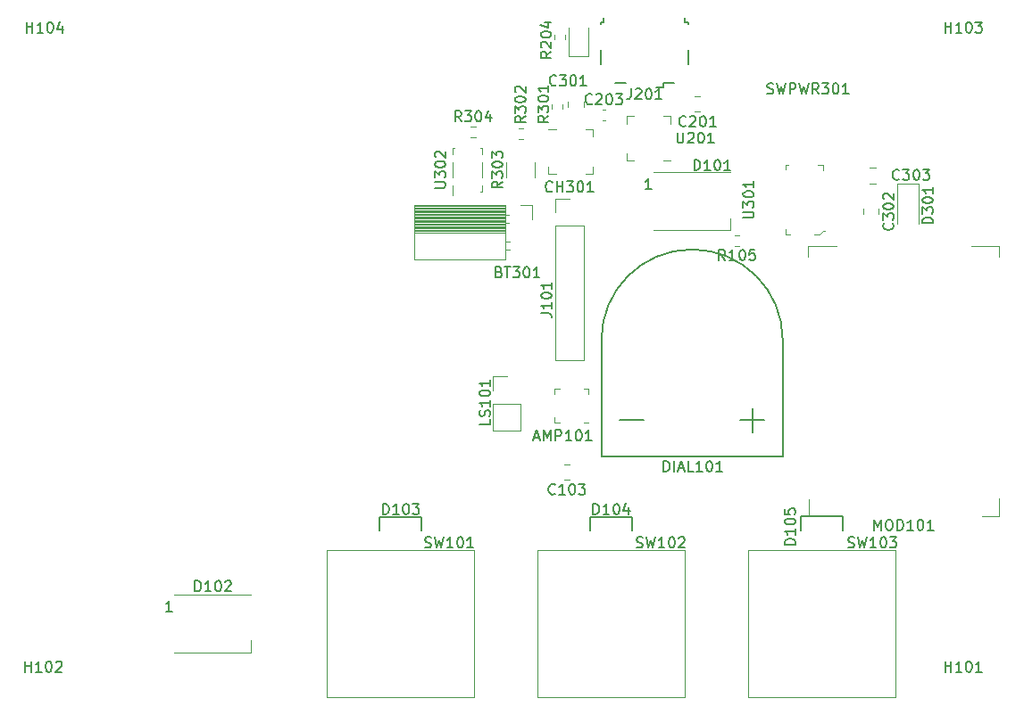
<source format=gbr>
G04 #@! TF.GenerationSoftware,KiCad,Pcbnew,5.0.2+dfsg1-1*
G04 #@! TF.CreationDate,2020-11-04T14:27:09+01:00*
G04 #@! TF.ProjectId,CoreSchematic,436f7265-5363-4686-956d-617469632e6b,rev?*
G04 #@! TF.SameCoordinates,Original*
G04 #@! TF.FileFunction,Legend,Top*
G04 #@! TF.FilePolarity,Positive*
%FSLAX46Y46*%
G04 Gerber Fmt 4.6, Leading zero omitted, Abs format (unit mm)*
G04 Created by KiCad (PCBNEW 5.0.2+dfsg1-1) date Wed 04 Nov 2020 14:27:09 CET*
%MOMM*%
%LPD*%
G01*
G04 APERTURE LIST*
%ADD10C,0.120000*%
%ADD11C,0.150000*%
%ADD12C,0.100000*%
G04 APERTURE END LIST*
D10*
G04 #@! TO.C,R105*
X162957742Y-74788500D02*
X163432258Y-74788500D01*
X162957742Y-75833500D02*
X163432258Y-75833500D01*
G04 #@! TO.C,D102*
X109837200Y-108908400D02*
X117137200Y-108908400D01*
X109837200Y-114408400D02*
X117137200Y-114408400D01*
X117137200Y-114408400D02*
X117137200Y-113258400D01*
D11*
G04 #@! TO.C,D103*
X129267200Y-101524000D02*
X133267200Y-101524000D01*
X133267200Y-101524000D02*
X133267200Y-102870000D01*
X129267200Y-102870000D02*
X129267200Y-101524000D01*
G04 #@! TO.C,D104*
X149282400Y-102870000D02*
X149282400Y-101524000D01*
X153282400Y-101524000D02*
X153282400Y-102870000D01*
X149282400Y-101524000D02*
X153282400Y-101524000D01*
G04 #@! TO.C,D105*
X169246800Y-101473200D02*
X173246800Y-101473200D01*
X173246800Y-101473200D02*
X173246800Y-102819200D01*
X169246800Y-102819200D02*
X169246800Y-101473200D01*
D10*
G04 #@! TO.C,C203*
X150430620Y-62837600D02*
X150711780Y-62837600D01*
X150430620Y-63857600D02*
X150711780Y-63857600D01*
G04 #@! TO.C,R303*
X144052200Y-67856263D02*
X144052200Y-69303737D01*
X141342200Y-67856263D02*
X141342200Y-69303737D01*
G04 #@! TO.C,AMP101*
X146375500Y-92592800D02*
X145900500Y-92592800D01*
X145900500Y-92592800D02*
X145900500Y-92117800D01*
X148645500Y-89372800D02*
X149120500Y-89372800D01*
X149120500Y-89372800D02*
X149120500Y-89847800D01*
X146375500Y-89372800D02*
X145900500Y-89372800D01*
X145900500Y-89372800D02*
X145900500Y-89847800D01*
X148645500Y-92592800D02*
X149120500Y-92592800D01*
G04 #@! TO.C,SW103*
X164274500Y-104711500D02*
X178244500Y-104711500D01*
X178244500Y-104711500D02*
X178244500Y-118681500D01*
X178244500Y-118681500D02*
X164274500Y-118681500D01*
X164274500Y-118681500D02*
X164274500Y-104711500D01*
G04 #@! TO.C,SW102*
X144272000Y-118681500D02*
X144272000Y-104711500D01*
X158242000Y-118681500D02*
X144272000Y-118681500D01*
X158242000Y-104711500D02*
X158242000Y-118681500D01*
X144272000Y-104711500D02*
X158242000Y-104711500D01*
G04 #@! TO.C,SW101*
X124269500Y-104711500D02*
X138239500Y-104711500D01*
X138239500Y-104711500D02*
X138239500Y-118681500D01*
X138239500Y-118681500D02*
X124269500Y-118681500D01*
X124269500Y-118681500D02*
X124269500Y-104711500D01*
G04 #@! TO.C,C103*
X147327252Y-98017000D02*
X146804748Y-98017000D01*
X147327252Y-96547000D02*
X146804748Y-96547000D01*
G04 #@! TO.C,C201*
X159722452Y-61596600D02*
X159199948Y-61596600D01*
X159722452Y-63066600D02*
X159199948Y-63066600D01*
G04 #@! TO.C,C301*
X148664600Y-62643652D02*
X148664600Y-62121148D01*
X147194600Y-62643652D02*
X147194600Y-62121148D01*
G04 #@! TO.C,C303*
X175811548Y-68403800D02*
X176334052Y-68403800D01*
X175811548Y-69873800D02*
X176334052Y-69873800D01*
G04 #@! TO.C,C302*
X176655400Y-72281148D02*
X176655400Y-72803652D01*
X175185400Y-72281148D02*
X175185400Y-72803652D01*
G04 #@! TO.C,LS101*
X140046400Y-93379600D02*
X142706400Y-93379600D01*
X140046400Y-90779600D02*
X140046400Y-93379600D01*
X142706400Y-90779600D02*
X142706400Y-93379600D01*
X140046400Y-90779600D02*
X142706400Y-90779600D01*
X140046400Y-89509600D02*
X140046400Y-88179600D01*
X140046400Y-88179600D02*
X141376400Y-88179600D01*
G04 #@! TO.C,J101*
X145990000Y-86674000D02*
X148650000Y-86674000D01*
X145990000Y-73914000D02*
X145990000Y-86674000D01*
X148650000Y-73914000D02*
X148650000Y-86674000D01*
X145990000Y-73914000D02*
X148650000Y-73914000D01*
X145990000Y-72644000D02*
X145990000Y-71314000D01*
X145990000Y-71314000D02*
X147320000Y-71314000D01*
G04 #@! TO.C,BT301*
X132607200Y-72043600D02*
X141237200Y-72043600D01*
X132607200Y-72161695D02*
X141237200Y-72161695D01*
X132607200Y-72279790D02*
X141237200Y-72279790D01*
X132607200Y-72397885D02*
X141237200Y-72397885D01*
X132607200Y-72515980D02*
X141237200Y-72515980D01*
X132607200Y-72634075D02*
X141237200Y-72634075D01*
X132607200Y-72752170D02*
X141237200Y-72752170D01*
X132607200Y-72870265D02*
X141237200Y-72870265D01*
X132607200Y-72988360D02*
X141237200Y-72988360D01*
X132607200Y-73106455D02*
X141237200Y-73106455D01*
X132607200Y-73224550D02*
X141237200Y-73224550D01*
X132607200Y-73342645D02*
X141237200Y-73342645D01*
X132607200Y-73460740D02*
X141237200Y-73460740D01*
X132607200Y-73578835D02*
X141237200Y-73578835D01*
X132607200Y-73696930D02*
X141237200Y-73696930D01*
X132607200Y-73815025D02*
X141237200Y-73815025D01*
X132607200Y-73933120D02*
X141237200Y-73933120D01*
X132607200Y-74051215D02*
X141237200Y-74051215D01*
X132607200Y-74169310D02*
X141237200Y-74169310D01*
X132607200Y-74287405D02*
X141237200Y-74287405D01*
X132607200Y-74405500D02*
X141237200Y-74405500D01*
X141237200Y-72893600D02*
X141587200Y-72893600D01*
X141237200Y-73613600D02*
X141587200Y-73613600D01*
X141237200Y-75433600D02*
X141647200Y-75433600D01*
X141237200Y-76153600D02*
X141647200Y-76153600D01*
X132607200Y-74523600D02*
X141237200Y-74523600D01*
X132607200Y-71923600D02*
X141237200Y-71923600D01*
X141237200Y-71923600D02*
X141237200Y-77123600D01*
X132607200Y-77123600D02*
X141237200Y-77123600D01*
X132607200Y-71923600D02*
X132607200Y-77123600D01*
X143807200Y-71923600D02*
X143807200Y-73253600D01*
X142697200Y-71923600D02*
X143807200Y-71923600D01*
D11*
G04 #@! TO.C,J201*
X158582000Y-58562000D02*
X158582000Y-57162000D01*
X158582000Y-54762000D02*
X158582000Y-54612000D01*
X158582000Y-54612000D02*
X158282000Y-54612000D01*
X158282000Y-54612000D02*
X158282000Y-54162000D01*
X150582000Y-54162000D02*
X150582000Y-54612000D01*
X150582000Y-54612000D02*
X150282000Y-54612000D01*
X150282000Y-54612000D02*
X150282000Y-54762000D01*
X150282000Y-57162000D02*
X150282000Y-58562000D01*
X155507000Y-60737000D02*
X156232000Y-60737000D01*
X156232000Y-60737000D02*
X156232000Y-60312000D01*
X156232000Y-60312000D02*
X157232000Y-60312000D01*
X152632000Y-60312000D02*
X151632000Y-60312000D01*
D10*
G04 #@! TO.C,D301*
X180425600Y-69885200D02*
X178425600Y-69885200D01*
X178425600Y-69885200D02*
X178425600Y-73735200D01*
X180425600Y-69885200D02*
X180425600Y-73735200D01*
G04 #@! TO.C,DUSB201*
X147223600Y-55083200D02*
X147223600Y-57768200D01*
X147223600Y-57768200D02*
X149143600Y-57768200D01*
X149143600Y-57768200D02*
X149143600Y-55083200D01*
G04 #@! TO.C,D101*
X155290500Y-68814500D02*
X162590500Y-68814500D01*
X155290500Y-74314500D02*
X162590500Y-74314500D01*
X162590500Y-74314500D02*
X162590500Y-73164500D01*
G04 #@! TO.C,U201*
X153428000Y-67705500D02*
X152703000Y-67705500D01*
X152703000Y-67705500D02*
X152703000Y-66980500D01*
X156198000Y-63485500D02*
X156923000Y-63485500D01*
X156923000Y-63485500D02*
X156923000Y-64210500D01*
X153428000Y-63485500D02*
X152703000Y-63485500D01*
X152703000Y-63485500D02*
X152703000Y-64210500D01*
X156198000Y-67705500D02*
X156923000Y-67705500D01*
G04 #@! TO.C,CH301*
X148831600Y-64742800D02*
X149531600Y-64742800D01*
X149531600Y-64742800D02*
X149531600Y-65442800D01*
X146011600Y-68962800D02*
X145311600Y-68962800D01*
X145311600Y-68962800D02*
X145311600Y-68262800D01*
X148831600Y-68962800D02*
X149531600Y-68962800D01*
X149531600Y-68962800D02*
X149531600Y-68262800D01*
X146011600Y-64742800D02*
X145311600Y-64742800D01*
G04 #@! TO.C,U302*
X139017200Y-66480000D02*
X138867200Y-66480000D01*
X136219807Y-70080701D02*
X136219807Y-70980701D01*
X139017200Y-66480000D02*
X139017200Y-67080000D01*
X136217200Y-67080000D02*
X136217200Y-66480000D01*
X139017200Y-67880000D02*
X139017200Y-69280000D01*
X136217200Y-67880000D02*
X136217200Y-69280000D01*
X139017200Y-70080000D02*
X139017200Y-70680000D01*
X139017200Y-70680000D02*
X138867200Y-70680000D01*
X136217200Y-66480000D02*
X136367200Y-66480000D01*
G04 #@! TO.C,R204*
X146928100Y-56218858D02*
X146928100Y-55744342D01*
X145883100Y-56218858D02*
X145883100Y-55744342D01*
G04 #@! TO.C,R301*
X145629100Y-62822858D02*
X145629100Y-62348342D01*
X146674100Y-62822858D02*
X146674100Y-62348342D01*
G04 #@! TO.C,R302*
X142934458Y-64653900D02*
X142459942Y-64653900D01*
X142934458Y-65698900D02*
X142459942Y-65698900D01*
G04 #@! TO.C,R304*
X137938742Y-64450700D02*
X138413258Y-64450700D01*
X137938742Y-65495700D02*
X138413258Y-65495700D01*
D11*
G04 #@! TO.C,DIAL101*
X150340500Y-84742000D02*
G75*
G02X167540500Y-84742000I8600000J0D01*
G01*
X167540500Y-84742000D02*
X167540500Y-95842000D01*
X167540500Y-95842000D02*
X150340500Y-95842000D01*
X150340500Y-95842000D02*
X150340500Y-84742000D01*
D12*
G04 #@! TO.C,MOD101*
X169976500Y-99831500D02*
X169976500Y-101451500D01*
X169976500Y-101451500D02*
X171616500Y-101451500D01*
X188046500Y-99821500D02*
X188046500Y-101451500D01*
X188046500Y-101451500D02*
X186416500Y-101451500D01*
X169926500Y-76851500D02*
X169926500Y-75811500D01*
X169926500Y-75811500D02*
X172626500Y-75811500D01*
X188076500Y-76881500D02*
X188076500Y-75831500D01*
X188076500Y-75831500D02*
X185426500Y-75831500D01*
G04 #@! TO.C,U301*
X170545400Y-74699800D02*
X171020400Y-74699800D01*
X171020400Y-74699800D02*
X171345400Y-74399800D01*
X171345400Y-74399800D02*
X171540400Y-74399800D01*
X170870400Y-68149800D02*
X171345400Y-68149800D01*
X171345400Y-68149800D02*
X171345400Y-68599800D01*
X167795400Y-74199800D02*
X167795400Y-74699800D01*
X167795400Y-74699800D02*
X168195400Y-74699800D01*
X167795400Y-68524800D02*
X167795400Y-68149800D01*
X167795400Y-68149800D02*
X168095400Y-68149800D01*
G04 #@! TO.C,H102*
D11*
X95694714Y-116267380D02*
X95694714Y-115267380D01*
X95694714Y-115743571D02*
X96266142Y-115743571D01*
X96266142Y-116267380D02*
X96266142Y-115267380D01*
X97266142Y-116267380D02*
X96694714Y-116267380D01*
X96980428Y-116267380D02*
X96980428Y-115267380D01*
X96885190Y-115410238D01*
X96789952Y-115505476D01*
X96694714Y-115553095D01*
X97885190Y-115267380D02*
X97980428Y-115267380D01*
X98075666Y-115315000D01*
X98123285Y-115362619D01*
X98170904Y-115457857D01*
X98218523Y-115648333D01*
X98218523Y-115886428D01*
X98170904Y-116076904D01*
X98123285Y-116172142D01*
X98075666Y-116219761D01*
X97980428Y-116267380D01*
X97885190Y-116267380D01*
X97789952Y-116219761D01*
X97742333Y-116172142D01*
X97694714Y-116076904D01*
X97647095Y-115886428D01*
X97647095Y-115648333D01*
X97694714Y-115457857D01*
X97742333Y-115362619D01*
X97789952Y-115315000D01*
X97885190Y-115267380D01*
X98599476Y-115362619D02*
X98647095Y-115315000D01*
X98742333Y-115267380D01*
X98980428Y-115267380D01*
X99075666Y-115315000D01*
X99123285Y-115362619D01*
X99170904Y-115457857D01*
X99170904Y-115553095D01*
X99123285Y-115695952D01*
X98551857Y-116267380D01*
X99170904Y-116267380D01*
G04 #@! TO.C,H103*
X182943714Y-55561380D02*
X182943714Y-54561380D01*
X182943714Y-55037571D02*
X183515142Y-55037571D01*
X183515142Y-55561380D02*
X183515142Y-54561380D01*
X184515142Y-55561380D02*
X183943714Y-55561380D01*
X184229428Y-55561380D02*
X184229428Y-54561380D01*
X184134190Y-54704238D01*
X184038952Y-54799476D01*
X183943714Y-54847095D01*
X185134190Y-54561380D02*
X185229428Y-54561380D01*
X185324666Y-54609000D01*
X185372285Y-54656619D01*
X185419904Y-54751857D01*
X185467523Y-54942333D01*
X185467523Y-55180428D01*
X185419904Y-55370904D01*
X185372285Y-55466142D01*
X185324666Y-55513761D01*
X185229428Y-55561380D01*
X185134190Y-55561380D01*
X185038952Y-55513761D01*
X184991333Y-55466142D01*
X184943714Y-55370904D01*
X184896095Y-55180428D01*
X184896095Y-54942333D01*
X184943714Y-54751857D01*
X184991333Y-54656619D01*
X185038952Y-54609000D01*
X185134190Y-54561380D01*
X185800857Y-54561380D02*
X186419904Y-54561380D01*
X186086571Y-54942333D01*
X186229428Y-54942333D01*
X186324666Y-54989952D01*
X186372285Y-55037571D01*
X186419904Y-55132809D01*
X186419904Y-55370904D01*
X186372285Y-55466142D01*
X186324666Y-55513761D01*
X186229428Y-55561380D01*
X185943714Y-55561380D01*
X185848476Y-55513761D01*
X185800857Y-55466142D01*
G04 #@! TO.C,H101*
X182943714Y-116267380D02*
X182943714Y-115267380D01*
X182943714Y-115743571D02*
X183515142Y-115743571D01*
X183515142Y-116267380D02*
X183515142Y-115267380D01*
X184515142Y-116267380D02*
X183943714Y-116267380D01*
X184229428Y-116267380D02*
X184229428Y-115267380D01*
X184134190Y-115410238D01*
X184038952Y-115505476D01*
X183943714Y-115553095D01*
X185134190Y-115267380D02*
X185229428Y-115267380D01*
X185324666Y-115315000D01*
X185372285Y-115362619D01*
X185419904Y-115457857D01*
X185467523Y-115648333D01*
X185467523Y-115886428D01*
X185419904Y-116076904D01*
X185372285Y-116172142D01*
X185324666Y-116219761D01*
X185229428Y-116267380D01*
X185134190Y-116267380D01*
X185038952Y-116219761D01*
X184991333Y-116172142D01*
X184943714Y-116076904D01*
X184896095Y-115886428D01*
X184896095Y-115648333D01*
X184943714Y-115457857D01*
X184991333Y-115362619D01*
X185038952Y-115315000D01*
X185134190Y-115267380D01*
X186419904Y-116267380D02*
X185848476Y-116267380D01*
X186134190Y-116267380D02*
X186134190Y-115267380D01*
X186038952Y-115410238D01*
X185943714Y-115505476D01*
X185848476Y-115553095D01*
G04 #@! TO.C,H104*
X95821714Y-55561380D02*
X95821714Y-54561380D01*
X95821714Y-55037571D02*
X96393142Y-55037571D01*
X96393142Y-55561380D02*
X96393142Y-54561380D01*
X97393142Y-55561380D02*
X96821714Y-55561380D01*
X97107428Y-55561380D02*
X97107428Y-54561380D01*
X97012190Y-54704238D01*
X96916952Y-54799476D01*
X96821714Y-54847095D01*
X98012190Y-54561380D02*
X98107428Y-54561380D01*
X98202666Y-54609000D01*
X98250285Y-54656619D01*
X98297904Y-54751857D01*
X98345523Y-54942333D01*
X98345523Y-55180428D01*
X98297904Y-55370904D01*
X98250285Y-55466142D01*
X98202666Y-55513761D01*
X98107428Y-55561380D01*
X98012190Y-55561380D01*
X97916952Y-55513761D01*
X97869333Y-55466142D01*
X97821714Y-55370904D01*
X97774095Y-55180428D01*
X97774095Y-54942333D01*
X97821714Y-54751857D01*
X97869333Y-54656619D01*
X97916952Y-54609000D01*
X98012190Y-54561380D01*
X99202666Y-54894714D02*
X99202666Y-55561380D01*
X98964571Y-54513761D02*
X98726476Y-55228047D01*
X99345523Y-55228047D01*
G04 #@! TO.C,R105*
X162075952Y-77160380D02*
X161742619Y-76684190D01*
X161504523Y-77160380D02*
X161504523Y-76160380D01*
X161885476Y-76160380D01*
X161980714Y-76208000D01*
X162028333Y-76255619D01*
X162075952Y-76350857D01*
X162075952Y-76493714D01*
X162028333Y-76588952D01*
X161980714Y-76636571D01*
X161885476Y-76684190D01*
X161504523Y-76684190D01*
X163028333Y-77160380D02*
X162456904Y-77160380D01*
X162742619Y-77160380D02*
X162742619Y-76160380D01*
X162647380Y-76303238D01*
X162552142Y-76398476D01*
X162456904Y-76446095D01*
X163647380Y-76160380D02*
X163742619Y-76160380D01*
X163837857Y-76208000D01*
X163885476Y-76255619D01*
X163933095Y-76350857D01*
X163980714Y-76541333D01*
X163980714Y-76779428D01*
X163933095Y-76969904D01*
X163885476Y-77065142D01*
X163837857Y-77112761D01*
X163742619Y-77160380D01*
X163647380Y-77160380D01*
X163552142Y-77112761D01*
X163504523Y-77065142D01*
X163456904Y-76969904D01*
X163409285Y-76779428D01*
X163409285Y-76541333D01*
X163456904Y-76350857D01*
X163504523Y-76255619D01*
X163552142Y-76208000D01*
X163647380Y-76160380D01*
X164885476Y-76160380D02*
X164409285Y-76160380D01*
X164361666Y-76636571D01*
X164409285Y-76588952D01*
X164504523Y-76541333D01*
X164742619Y-76541333D01*
X164837857Y-76588952D01*
X164885476Y-76636571D01*
X164933095Y-76731809D01*
X164933095Y-76969904D01*
X164885476Y-77065142D01*
X164837857Y-77112761D01*
X164742619Y-77160380D01*
X164504523Y-77160380D01*
X164409285Y-77112761D01*
X164361666Y-77065142D01*
G04 #@! TO.C,SWPWR301*
X166068857Y-61313961D02*
X166211714Y-61361580D01*
X166449809Y-61361580D01*
X166545047Y-61313961D01*
X166592666Y-61266342D01*
X166640285Y-61171104D01*
X166640285Y-61075866D01*
X166592666Y-60980628D01*
X166545047Y-60933009D01*
X166449809Y-60885390D01*
X166259333Y-60837771D01*
X166164095Y-60790152D01*
X166116476Y-60742533D01*
X166068857Y-60647295D01*
X166068857Y-60552057D01*
X166116476Y-60456819D01*
X166164095Y-60409200D01*
X166259333Y-60361580D01*
X166497428Y-60361580D01*
X166640285Y-60409200D01*
X166973619Y-60361580D02*
X167211714Y-61361580D01*
X167402190Y-60647295D01*
X167592666Y-61361580D01*
X167830761Y-60361580D01*
X168211714Y-61361580D02*
X168211714Y-60361580D01*
X168592666Y-60361580D01*
X168687904Y-60409200D01*
X168735523Y-60456819D01*
X168783142Y-60552057D01*
X168783142Y-60694914D01*
X168735523Y-60790152D01*
X168687904Y-60837771D01*
X168592666Y-60885390D01*
X168211714Y-60885390D01*
X169116476Y-60361580D02*
X169354571Y-61361580D01*
X169545047Y-60647295D01*
X169735523Y-61361580D01*
X169973619Y-60361580D01*
X170926000Y-61361580D02*
X170592666Y-60885390D01*
X170354571Y-61361580D02*
X170354571Y-60361580D01*
X170735523Y-60361580D01*
X170830761Y-60409200D01*
X170878380Y-60456819D01*
X170926000Y-60552057D01*
X170926000Y-60694914D01*
X170878380Y-60790152D01*
X170830761Y-60837771D01*
X170735523Y-60885390D01*
X170354571Y-60885390D01*
X171259333Y-60361580D02*
X171878380Y-60361580D01*
X171545047Y-60742533D01*
X171687904Y-60742533D01*
X171783142Y-60790152D01*
X171830761Y-60837771D01*
X171878380Y-60933009D01*
X171878380Y-61171104D01*
X171830761Y-61266342D01*
X171783142Y-61313961D01*
X171687904Y-61361580D01*
X171402190Y-61361580D01*
X171306952Y-61313961D01*
X171259333Y-61266342D01*
X172497428Y-60361580D02*
X172592666Y-60361580D01*
X172687904Y-60409200D01*
X172735523Y-60456819D01*
X172783142Y-60552057D01*
X172830761Y-60742533D01*
X172830761Y-60980628D01*
X172783142Y-61171104D01*
X172735523Y-61266342D01*
X172687904Y-61313961D01*
X172592666Y-61361580D01*
X172497428Y-61361580D01*
X172402190Y-61313961D01*
X172354571Y-61266342D01*
X172306952Y-61171104D01*
X172259333Y-60980628D01*
X172259333Y-60742533D01*
X172306952Y-60552057D01*
X172354571Y-60456819D01*
X172402190Y-60409200D01*
X172497428Y-60361580D01*
X173783142Y-61361580D02*
X173211714Y-61361580D01*
X173497428Y-61361580D02*
X173497428Y-60361580D01*
X173402190Y-60504438D01*
X173306952Y-60599676D01*
X173211714Y-60647295D01*
G04 #@! TO.C,D102*
X111796723Y-108610780D02*
X111796723Y-107610780D01*
X112034819Y-107610780D01*
X112177676Y-107658400D01*
X112272914Y-107753638D01*
X112320533Y-107848876D01*
X112368152Y-108039352D01*
X112368152Y-108182209D01*
X112320533Y-108372685D01*
X112272914Y-108467923D01*
X112177676Y-108563161D01*
X112034819Y-108610780D01*
X111796723Y-108610780D01*
X113320533Y-108610780D02*
X112749104Y-108610780D01*
X113034819Y-108610780D02*
X113034819Y-107610780D01*
X112939580Y-107753638D01*
X112844342Y-107848876D01*
X112749104Y-107896495D01*
X113939580Y-107610780D02*
X114034819Y-107610780D01*
X114130057Y-107658400D01*
X114177676Y-107706019D01*
X114225295Y-107801257D01*
X114272914Y-107991733D01*
X114272914Y-108229828D01*
X114225295Y-108420304D01*
X114177676Y-108515542D01*
X114130057Y-108563161D01*
X114034819Y-108610780D01*
X113939580Y-108610780D01*
X113844342Y-108563161D01*
X113796723Y-108515542D01*
X113749104Y-108420304D01*
X113701485Y-108229828D01*
X113701485Y-107991733D01*
X113749104Y-107801257D01*
X113796723Y-107706019D01*
X113844342Y-107658400D01*
X113939580Y-107610780D01*
X114653866Y-107706019D02*
X114701485Y-107658400D01*
X114796723Y-107610780D01*
X115034819Y-107610780D01*
X115130057Y-107658400D01*
X115177676Y-107706019D01*
X115225295Y-107801257D01*
X115225295Y-107896495D01*
X115177676Y-108039352D01*
X114606247Y-108610780D01*
X115225295Y-108610780D01*
X109622914Y-110510780D02*
X109051485Y-110510780D01*
X109337200Y-110510780D02*
X109337200Y-109510780D01*
X109241961Y-109653638D01*
X109146723Y-109748876D01*
X109051485Y-109796495D01*
G04 #@! TO.C,D103*
X129627523Y-101290380D02*
X129627523Y-100290380D01*
X129865619Y-100290380D01*
X130008476Y-100338000D01*
X130103714Y-100433238D01*
X130151333Y-100528476D01*
X130198952Y-100718952D01*
X130198952Y-100861809D01*
X130151333Y-101052285D01*
X130103714Y-101147523D01*
X130008476Y-101242761D01*
X129865619Y-101290380D01*
X129627523Y-101290380D01*
X131151333Y-101290380D02*
X130579904Y-101290380D01*
X130865619Y-101290380D02*
X130865619Y-100290380D01*
X130770380Y-100433238D01*
X130675142Y-100528476D01*
X130579904Y-100576095D01*
X131770380Y-100290380D02*
X131865619Y-100290380D01*
X131960857Y-100338000D01*
X132008476Y-100385619D01*
X132056095Y-100480857D01*
X132103714Y-100671333D01*
X132103714Y-100909428D01*
X132056095Y-101099904D01*
X132008476Y-101195142D01*
X131960857Y-101242761D01*
X131865619Y-101290380D01*
X131770380Y-101290380D01*
X131675142Y-101242761D01*
X131627523Y-101195142D01*
X131579904Y-101099904D01*
X131532285Y-100909428D01*
X131532285Y-100671333D01*
X131579904Y-100480857D01*
X131627523Y-100385619D01*
X131675142Y-100338000D01*
X131770380Y-100290380D01*
X132437047Y-100290380D02*
X133056095Y-100290380D01*
X132722761Y-100671333D01*
X132865619Y-100671333D01*
X132960857Y-100718952D01*
X133008476Y-100766571D01*
X133056095Y-100861809D01*
X133056095Y-101099904D01*
X133008476Y-101195142D01*
X132960857Y-101242761D01*
X132865619Y-101290380D01*
X132579904Y-101290380D01*
X132484666Y-101242761D01*
X132437047Y-101195142D01*
G04 #@! TO.C,D104*
X149566523Y-101290380D02*
X149566523Y-100290380D01*
X149804619Y-100290380D01*
X149947476Y-100338000D01*
X150042714Y-100433238D01*
X150090333Y-100528476D01*
X150137952Y-100718952D01*
X150137952Y-100861809D01*
X150090333Y-101052285D01*
X150042714Y-101147523D01*
X149947476Y-101242761D01*
X149804619Y-101290380D01*
X149566523Y-101290380D01*
X151090333Y-101290380D02*
X150518904Y-101290380D01*
X150804619Y-101290380D02*
X150804619Y-100290380D01*
X150709380Y-100433238D01*
X150614142Y-100528476D01*
X150518904Y-100576095D01*
X151709380Y-100290380D02*
X151804619Y-100290380D01*
X151899857Y-100338000D01*
X151947476Y-100385619D01*
X151995095Y-100480857D01*
X152042714Y-100671333D01*
X152042714Y-100909428D01*
X151995095Y-101099904D01*
X151947476Y-101195142D01*
X151899857Y-101242761D01*
X151804619Y-101290380D01*
X151709380Y-101290380D01*
X151614142Y-101242761D01*
X151566523Y-101195142D01*
X151518904Y-101099904D01*
X151471285Y-100909428D01*
X151471285Y-100671333D01*
X151518904Y-100480857D01*
X151566523Y-100385619D01*
X151614142Y-100338000D01*
X151709380Y-100290380D01*
X152899857Y-100623714D02*
X152899857Y-101290380D01*
X152661761Y-100242761D02*
X152423666Y-100957047D01*
X153042714Y-100957047D01*
G04 #@! TO.C,D105*
X168727380Y-104179476D02*
X167727380Y-104179476D01*
X167727380Y-103941380D01*
X167775000Y-103798523D01*
X167870238Y-103703285D01*
X167965476Y-103655666D01*
X168155952Y-103608047D01*
X168298809Y-103608047D01*
X168489285Y-103655666D01*
X168584523Y-103703285D01*
X168679761Y-103798523D01*
X168727380Y-103941380D01*
X168727380Y-104179476D01*
X168727380Y-102655666D02*
X168727380Y-103227095D01*
X168727380Y-102941380D02*
X167727380Y-102941380D01*
X167870238Y-103036619D01*
X167965476Y-103131857D01*
X168013095Y-103227095D01*
X167727380Y-102036619D02*
X167727380Y-101941380D01*
X167775000Y-101846142D01*
X167822619Y-101798523D01*
X167917857Y-101750904D01*
X168108333Y-101703285D01*
X168346428Y-101703285D01*
X168536904Y-101750904D01*
X168632142Y-101798523D01*
X168679761Y-101846142D01*
X168727380Y-101941380D01*
X168727380Y-102036619D01*
X168679761Y-102131857D01*
X168632142Y-102179476D01*
X168536904Y-102227095D01*
X168346428Y-102274714D01*
X168108333Y-102274714D01*
X167917857Y-102227095D01*
X167822619Y-102179476D01*
X167775000Y-102131857D01*
X167727380Y-102036619D01*
X167727380Y-100798523D02*
X167727380Y-101274714D01*
X168203571Y-101322333D01*
X168155952Y-101274714D01*
X168108333Y-101179476D01*
X168108333Y-100941380D01*
X168155952Y-100846142D01*
X168203571Y-100798523D01*
X168298809Y-100750904D01*
X168536904Y-100750904D01*
X168632142Y-100798523D01*
X168679761Y-100846142D01*
X168727380Y-100941380D01*
X168727380Y-101179476D01*
X168679761Y-101274714D01*
X168632142Y-101322333D01*
G04 #@! TO.C,C203*
X149452152Y-62274742D02*
X149404533Y-62322361D01*
X149261676Y-62369980D01*
X149166438Y-62369980D01*
X149023580Y-62322361D01*
X148928342Y-62227123D01*
X148880723Y-62131885D01*
X148833104Y-61941409D01*
X148833104Y-61798552D01*
X148880723Y-61608076D01*
X148928342Y-61512838D01*
X149023580Y-61417600D01*
X149166438Y-61369980D01*
X149261676Y-61369980D01*
X149404533Y-61417600D01*
X149452152Y-61465219D01*
X149833104Y-61465219D02*
X149880723Y-61417600D01*
X149975961Y-61369980D01*
X150214057Y-61369980D01*
X150309295Y-61417600D01*
X150356914Y-61465219D01*
X150404533Y-61560457D01*
X150404533Y-61655695D01*
X150356914Y-61798552D01*
X149785485Y-62369980D01*
X150404533Y-62369980D01*
X151023580Y-61369980D02*
X151118819Y-61369980D01*
X151214057Y-61417600D01*
X151261676Y-61465219D01*
X151309295Y-61560457D01*
X151356914Y-61750933D01*
X151356914Y-61989028D01*
X151309295Y-62179504D01*
X151261676Y-62274742D01*
X151214057Y-62322361D01*
X151118819Y-62369980D01*
X151023580Y-62369980D01*
X150928342Y-62322361D01*
X150880723Y-62274742D01*
X150833104Y-62179504D01*
X150785485Y-61989028D01*
X150785485Y-61750933D01*
X150833104Y-61560457D01*
X150880723Y-61465219D01*
X150928342Y-61417600D01*
X151023580Y-61369980D01*
X151690247Y-61369980D02*
X152309295Y-61369980D01*
X151975961Y-61750933D01*
X152118819Y-61750933D01*
X152214057Y-61798552D01*
X152261676Y-61846171D01*
X152309295Y-61941409D01*
X152309295Y-62179504D01*
X152261676Y-62274742D01*
X152214057Y-62322361D01*
X152118819Y-62369980D01*
X151833104Y-62369980D01*
X151737866Y-62322361D01*
X151690247Y-62274742D01*
G04 #@! TO.C,R303*
X140965180Y-69699047D02*
X140488990Y-70032380D01*
X140965180Y-70270476D02*
X139965180Y-70270476D01*
X139965180Y-69889523D01*
X140012800Y-69794285D01*
X140060419Y-69746666D01*
X140155657Y-69699047D01*
X140298514Y-69699047D01*
X140393752Y-69746666D01*
X140441371Y-69794285D01*
X140488990Y-69889523D01*
X140488990Y-70270476D01*
X139965180Y-69365714D02*
X139965180Y-68746666D01*
X140346133Y-69080000D01*
X140346133Y-68937142D01*
X140393752Y-68841904D01*
X140441371Y-68794285D01*
X140536609Y-68746666D01*
X140774704Y-68746666D01*
X140869942Y-68794285D01*
X140917561Y-68841904D01*
X140965180Y-68937142D01*
X140965180Y-69222857D01*
X140917561Y-69318095D01*
X140869942Y-69365714D01*
X139965180Y-68127619D02*
X139965180Y-68032380D01*
X140012800Y-67937142D01*
X140060419Y-67889523D01*
X140155657Y-67841904D01*
X140346133Y-67794285D01*
X140584228Y-67794285D01*
X140774704Y-67841904D01*
X140869942Y-67889523D01*
X140917561Y-67937142D01*
X140965180Y-68032380D01*
X140965180Y-68127619D01*
X140917561Y-68222857D01*
X140869942Y-68270476D01*
X140774704Y-68318095D01*
X140584228Y-68365714D01*
X140346133Y-68365714D01*
X140155657Y-68318095D01*
X140060419Y-68270476D01*
X140012800Y-68222857D01*
X139965180Y-68127619D01*
X139965180Y-67460952D02*
X139965180Y-66841904D01*
X140346133Y-67175238D01*
X140346133Y-67032380D01*
X140393752Y-66937142D01*
X140441371Y-66889523D01*
X140536609Y-66841904D01*
X140774704Y-66841904D01*
X140869942Y-66889523D01*
X140917561Y-66937142D01*
X140965180Y-67032380D01*
X140965180Y-67318095D01*
X140917561Y-67413333D01*
X140869942Y-67460952D01*
G04 #@! TO.C,AMP101*
X143946904Y-94019666D02*
X144423095Y-94019666D01*
X143851666Y-94305380D02*
X144185000Y-93305380D01*
X144518333Y-94305380D01*
X144851666Y-94305380D02*
X144851666Y-93305380D01*
X145185000Y-94019666D01*
X145518333Y-93305380D01*
X145518333Y-94305380D01*
X145994523Y-94305380D02*
X145994523Y-93305380D01*
X146375476Y-93305380D01*
X146470714Y-93353000D01*
X146518333Y-93400619D01*
X146565952Y-93495857D01*
X146565952Y-93638714D01*
X146518333Y-93733952D01*
X146470714Y-93781571D01*
X146375476Y-93829190D01*
X145994523Y-93829190D01*
X147518333Y-94305380D02*
X146946904Y-94305380D01*
X147232619Y-94305380D02*
X147232619Y-93305380D01*
X147137380Y-93448238D01*
X147042142Y-93543476D01*
X146946904Y-93591095D01*
X148137380Y-93305380D02*
X148232619Y-93305380D01*
X148327857Y-93353000D01*
X148375476Y-93400619D01*
X148423095Y-93495857D01*
X148470714Y-93686333D01*
X148470714Y-93924428D01*
X148423095Y-94114904D01*
X148375476Y-94210142D01*
X148327857Y-94257761D01*
X148232619Y-94305380D01*
X148137380Y-94305380D01*
X148042142Y-94257761D01*
X147994523Y-94210142D01*
X147946904Y-94114904D01*
X147899285Y-93924428D01*
X147899285Y-93686333D01*
X147946904Y-93495857D01*
X147994523Y-93400619D01*
X148042142Y-93353000D01*
X148137380Y-93305380D01*
X149423095Y-94305380D02*
X148851666Y-94305380D01*
X149137380Y-94305380D02*
X149137380Y-93305380D01*
X149042142Y-93448238D01*
X148946904Y-93543476D01*
X148851666Y-93591095D01*
G04 #@! TO.C,SW103*
X173736285Y-104417761D02*
X173879142Y-104465380D01*
X174117238Y-104465380D01*
X174212476Y-104417761D01*
X174260095Y-104370142D01*
X174307714Y-104274904D01*
X174307714Y-104179666D01*
X174260095Y-104084428D01*
X174212476Y-104036809D01*
X174117238Y-103989190D01*
X173926761Y-103941571D01*
X173831523Y-103893952D01*
X173783904Y-103846333D01*
X173736285Y-103751095D01*
X173736285Y-103655857D01*
X173783904Y-103560619D01*
X173831523Y-103513000D01*
X173926761Y-103465380D01*
X174164857Y-103465380D01*
X174307714Y-103513000D01*
X174641047Y-103465380D02*
X174879142Y-104465380D01*
X175069619Y-103751095D01*
X175260095Y-104465380D01*
X175498190Y-103465380D01*
X176402952Y-104465380D02*
X175831523Y-104465380D01*
X176117238Y-104465380D02*
X176117238Y-103465380D01*
X176022000Y-103608238D01*
X175926761Y-103703476D01*
X175831523Y-103751095D01*
X177022000Y-103465380D02*
X177117238Y-103465380D01*
X177212476Y-103513000D01*
X177260095Y-103560619D01*
X177307714Y-103655857D01*
X177355333Y-103846333D01*
X177355333Y-104084428D01*
X177307714Y-104274904D01*
X177260095Y-104370142D01*
X177212476Y-104417761D01*
X177117238Y-104465380D01*
X177022000Y-104465380D01*
X176926761Y-104417761D01*
X176879142Y-104370142D01*
X176831523Y-104274904D01*
X176783904Y-104084428D01*
X176783904Y-103846333D01*
X176831523Y-103655857D01*
X176879142Y-103560619D01*
X176926761Y-103513000D01*
X177022000Y-103465380D01*
X177688666Y-103465380D02*
X178307714Y-103465380D01*
X177974380Y-103846333D01*
X178117238Y-103846333D01*
X178212476Y-103893952D01*
X178260095Y-103941571D01*
X178307714Y-104036809D01*
X178307714Y-104274904D01*
X178260095Y-104370142D01*
X178212476Y-104417761D01*
X178117238Y-104465380D01*
X177831523Y-104465380D01*
X177736285Y-104417761D01*
X177688666Y-104370142D01*
G04 #@! TO.C,SW102*
X153670285Y-104417761D02*
X153813142Y-104465380D01*
X154051238Y-104465380D01*
X154146476Y-104417761D01*
X154194095Y-104370142D01*
X154241714Y-104274904D01*
X154241714Y-104179666D01*
X154194095Y-104084428D01*
X154146476Y-104036809D01*
X154051238Y-103989190D01*
X153860761Y-103941571D01*
X153765523Y-103893952D01*
X153717904Y-103846333D01*
X153670285Y-103751095D01*
X153670285Y-103655857D01*
X153717904Y-103560619D01*
X153765523Y-103513000D01*
X153860761Y-103465380D01*
X154098857Y-103465380D01*
X154241714Y-103513000D01*
X154575047Y-103465380D02*
X154813142Y-104465380D01*
X155003619Y-103751095D01*
X155194095Y-104465380D01*
X155432190Y-103465380D01*
X156336952Y-104465380D02*
X155765523Y-104465380D01*
X156051238Y-104465380D02*
X156051238Y-103465380D01*
X155956000Y-103608238D01*
X155860761Y-103703476D01*
X155765523Y-103751095D01*
X156956000Y-103465380D02*
X157051238Y-103465380D01*
X157146476Y-103513000D01*
X157194095Y-103560619D01*
X157241714Y-103655857D01*
X157289333Y-103846333D01*
X157289333Y-104084428D01*
X157241714Y-104274904D01*
X157194095Y-104370142D01*
X157146476Y-104417761D01*
X157051238Y-104465380D01*
X156956000Y-104465380D01*
X156860761Y-104417761D01*
X156813142Y-104370142D01*
X156765523Y-104274904D01*
X156717904Y-104084428D01*
X156717904Y-103846333D01*
X156765523Y-103655857D01*
X156813142Y-103560619D01*
X156860761Y-103513000D01*
X156956000Y-103465380D01*
X157670285Y-103560619D02*
X157717904Y-103513000D01*
X157813142Y-103465380D01*
X158051238Y-103465380D01*
X158146476Y-103513000D01*
X158194095Y-103560619D01*
X158241714Y-103655857D01*
X158241714Y-103751095D01*
X158194095Y-103893952D01*
X157622666Y-104465380D01*
X158241714Y-104465380D01*
G04 #@! TO.C,SW101*
X133604285Y-104417761D02*
X133747142Y-104465380D01*
X133985238Y-104465380D01*
X134080476Y-104417761D01*
X134128095Y-104370142D01*
X134175714Y-104274904D01*
X134175714Y-104179666D01*
X134128095Y-104084428D01*
X134080476Y-104036809D01*
X133985238Y-103989190D01*
X133794761Y-103941571D01*
X133699523Y-103893952D01*
X133651904Y-103846333D01*
X133604285Y-103751095D01*
X133604285Y-103655857D01*
X133651904Y-103560619D01*
X133699523Y-103513000D01*
X133794761Y-103465380D01*
X134032857Y-103465380D01*
X134175714Y-103513000D01*
X134509047Y-103465380D02*
X134747142Y-104465380D01*
X134937619Y-103751095D01*
X135128095Y-104465380D01*
X135366190Y-103465380D01*
X136270952Y-104465380D02*
X135699523Y-104465380D01*
X135985238Y-104465380D02*
X135985238Y-103465380D01*
X135890000Y-103608238D01*
X135794761Y-103703476D01*
X135699523Y-103751095D01*
X136890000Y-103465380D02*
X136985238Y-103465380D01*
X137080476Y-103513000D01*
X137128095Y-103560619D01*
X137175714Y-103655857D01*
X137223333Y-103846333D01*
X137223333Y-104084428D01*
X137175714Y-104274904D01*
X137128095Y-104370142D01*
X137080476Y-104417761D01*
X136985238Y-104465380D01*
X136890000Y-104465380D01*
X136794761Y-104417761D01*
X136747142Y-104370142D01*
X136699523Y-104274904D01*
X136651904Y-104084428D01*
X136651904Y-103846333D01*
X136699523Y-103655857D01*
X136747142Y-103560619D01*
X136794761Y-103513000D01*
X136890000Y-103465380D01*
X138175714Y-104465380D02*
X137604285Y-104465380D01*
X137890000Y-104465380D02*
X137890000Y-103465380D01*
X137794761Y-103608238D01*
X137699523Y-103703476D01*
X137604285Y-103751095D01*
G04 #@! TO.C,C103*
X145946952Y-99319142D02*
X145899333Y-99366761D01*
X145756476Y-99414380D01*
X145661238Y-99414380D01*
X145518380Y-99366761D01*
X145423142Y-99271523D01*
X145375523Y-99176285D01*
X145327904Y-98985809D01*
X145327904Y-98842952D01*
X145375523Y-98652476D01*
X145423142Y-98557238D01*
X145518380Y-98462000D01*
X145661238Y-98414380D01*
X145756476Y-98414380D01*
X145899333Y-98462000D01*
X145946952Y-98509619D01*
X146899333Y-99414380D02*
X146327904Y-99414380D01*
X146613619Y-99414380D02*
X146613619Y-98414380D01*
X146518380Y-98557238D01*
X146423142Y-98652476D01*
X146327904Y-98700095D01*
X147518380Y-98414380D02*
X147613619Y-98414380D01*
X147708857Y-98462000D01*
X147756476Y-98509619D01*
X147804095Y-98604857D01*
X147851714Y-98795333D01*
X147851714Y-99033428D01*
X147804095Y-99223904D01*
X147756476Y-99319142D01*
X147708857Y-99366761D01*
X147613619Y-99414380D01*
X147518380Y-99414380D01*
X147423142Y-99366761D01*
X147375523Y-99319142D01*
X147327904Y-99223904D01*
X147280285Y-99033428D01*
X147280285Y-98795333D01*
X147327904Y-98604857D01*
X147375523Y-98509619D01*
X147423142Y-98462000D01*
X147518380Y-98414380D01*
X148185047Y-98414380D02*
X148804095Y-98414380D01*
X148470761Y-98795333D01*
X148613619Y-98795333D01*
X148708857Y-98842952D01*
X148756476Y-98890571D01*
X148804095Y-98985809D01*
X148804095Y-99223904D01*
X148756476Y-99319142D01*
X148708857Y-99366761D01*
X148613619Y-99414380D01*
X148327904Y-99414380D01*
X148232666Y-99366761D01*
X148185047Y-99319142D01*
G04 #@! TO.C,C201*
X158342152Y-64368742D02*
X158294533Y-64416361D01*
X158151676Y-64463980D01*
X158056438Y-64463980D01*
X157913580Y-64416361D01*
X157818342Y-64321123D01*
X157770723Y-64225885D01*
X157723104Y-64035409D01*
X157723104Y-63892552D01*
X157770723Y-63702076D01*
X157818342Y-63606838D01*
X157913580Y-63511600D01*
X158056438Y-63463980D01*
X158151676Y-63463980D01*
X158294533Y-63511600D01*
X158342152Y-63559219D01*
X158723104Y-63559219D02*
X158770723Y-63511600D01*
X158865961Y-63463980D01*
X159104057Y-63463980D01*
X159199295Y-63511600D01*
X159246914Y-63559219D01*
X159294533Y-63654457D01*
X159294533Y-63749695D01*
X159246914Y-63892552D01*
X158675485Y-64463980D01*
X159294533Y-64463980D01*
X159913580Y-63463980D02*
X160008819Y-63463980D01*
X160104057Y-63511600D01*
X160151676Y-63559219D01*
X160199295Y-63654457D01*
X160246914Y-63844933D01*
X160246914Y-64083028D01*
X160199295Y-64273504D01*
X160151676Y-64368742D01*
X160104057Y-64416361D01*
X160008819Y-64463980D01*
X159913580Y-64463980D01*
X159818342Y-64416361D01*
X159770723Y-64368742D01*
X159723104Y-64273504D01*
X159675485Y-64083028D01*
X159675485Y-63844933D01*
X159723104Y-63654457D01*
X159770723Y-63559219D01*
X159818342Y-63511600D01*
X159913580Y-63463980D01*
X161199295Y-64463980D02*
X160627866Y-64463980D01*
X160913580Y-64463980D02*
X160913580Y-63463980D01*
X160818342Y-63606838D01*
X160723104Y-63702076D01*
X160627866Y-63749695D01*
G04 #@! TO.C,C301*
X146048552Y-60504342D02*
X146000933Y-60551961D01*
X145858076Y-60599580D01*
X145762838Y-60599580D01*
X145619980Y-60551961D01*
X145524742Y-60456723D01*
X145477123Y-60361485D01*
X145429504Y-60171009D01*
X145429504Y-60028152D01*
X145477123Y-59837676D01*
X145524742Y-59742438D01*
X145619980Y-59647200D01*
X145762838Y-59599580D01*
X145858076Y-59599580D01*
X146000933Y-59647200D01*
X146048552Y-59694819D01*
X146381885Y-59599580D02*
X147000933Y-59599580D01*
X146667600Y-59980533D01*
X146810457Y-59980533D01*
X146905695Y-60028152D01*
X146953314Y-60075771D01*
X147000933Y-60171009D01*
X147000933Y-60409104D01*
X146953314Y-60504342D01*
X146905695Y-60551961D01*
X146810457Y-60599580D01*
X146524742Y-60599580D01*
X146429504Y-60551961D01*
X146381885Y-60504342D01*
X147619980Y-59599580D02*
X147715219Y-59599580D01*
X147810457Y-59647200D01*
X147858076Y-59694819D01*
X147905695Y-59790057D01*
X147953314Y-59980533D01*
X147953314Y-60218628D01*
X147905695Y-60409104D01*
X147858076Y-60504342D01*
X147810457Y-60551961D01*
X147715219Y-60599580D01*
X147619980Y-60599580D01*
X147524742Y-60551961D01*
X147477123Y-60504342D01*
X147429504Y-60409104D01*
X147381885Y-60218628D01*
X147381885Y-59980533D01*
X147429504Y-59790057D01*
X147477123Y-59694819D01*
X147524742Y-59647200D01*
X147619980Y-59599580D01*
X148905695Y-60599580D02*
X148334266Y-60599580D01*
X148619980Y-60599580D02*
X148619980Y-59599580D01*
X148524742Y-59742438D01*
X148429504Y-59837676D01*
X148334266Y-59885295D01*
G04 #@! TO.C,C303*
X178585952Y-69445142D02*
X178538333Y-69492761D01*
X178395476Y-69540380D01*
X178300238Y-69540380D01*
X178157380Y-69492761D01*
X178062142Y-69397523D01*
X178014523Y-69302285D01*
X177966904Y-69111809D01*
X177966904Y-68968952D01*
X178014523Y-68778476D01*
X178062142Y-68683238D01*
X178157380Y-68588000D01*
X178300238Y-68540380D01*
X178395476Y-68540380D01*
X178538333Y-68588000D01*
X178585952Y-68635619D01*
X178919285Y-68540380D02*
X179538333Y-68540380D01*
X179205000Y-68921333D01*
X179347857Y-68921333D01*
X179443095Y-68968952D01*
X179490714Y-69016571D01*
X179538333Y-69111809D01*
X179538333Y-69349904D01*
X179490714Y-69445142D01*
X179443095Y-69492761D01*
X179347857Y-69540380D01*
X179062142Y-69540380D01*
X178966904Y-69492761D01*
X178919285Y-69445142D01*
X180157380Y-68540380D02*
X180252619Y-68540380D01*
X180347857Y-68588000D01*
X180395476Y-68635619D01*
X180443095Y-68730857D01*
X180490714Y-68921333D01*
X180490714Y-69159428D01*
X180443095Y-69349904D01*
X180395476Y-69445142D01*
X180347857Y-69492761D01*
X180252619Y-69540380D01*
X180157380Y-69540380D01*
X180062142Y-69492761D01*
X180014523Y-69445142D01*
X179966904Y-69349904D01*
X179919285Y-69159428D01*
X179919285Y-68921333D01*
X179966904Y-68730857D01*
X180014523Y-68635619D01*
X180062142Y-68588000D01*
X180157380Y-68540380D01*
X180824047Y-68540380D02*
X181443095Y-68540380D01*
X181109761Y-68921333D01*
X181252619Y-68921333D01*
X181347857Y-68968952D01*
X181395476Y-69016571D01*
X181443095Y-69111809D01*
X181443095Y-69349904D01*
X181395476Y-69445142D01*
X181347857Y-69492761D01*
X181252619Y-69540380D01*
X180966904Y-69540380D01*
X180871666Y-69492761D01*
X180824047Y-69445142D01*
G04 #@! TO.C,C302*
X177957541Y-73661447D02*
X178005160Y-73709066D01*
X178052779Y-73851923D01*
X178052779Y-73947161D01*
X178005160Y-74090019D01*
X177909922Y-74185257D01*
X177814684Y-74232876D01*
X177624208Y-74280495D01*
X177481351Y-74280495D01*
X177290875Y-74232876D01*
X177195637Y-74185257D01*
X177100399Y-74090019D01*
X177052779Y-73947161D01*
X177052779Y-73851923D01*
X177100399Y-73709066D01*
X177148018Y-73661447D01*
X177052779Y-73328114D02*
X177052779Y-72709066D01*
X177433732Y-73042400D01*
X177433732Y-72899542D01*
X177481351Y-72804304D01*
X177528970Y-72756685D01*
X177624208Y-72709066D01*
X177862303Y-72709066D01*
X177957541Y-72756685D01*
X178005160Y-72804304D01*
X178052779Y-72899542D01*
X178052779Y-73185257D01*
X178005160Y-73280495D01*
X177957541Y-73328114D01*
X177052779Y-72090019D02*
X177052779Y-71994780D01*
X177100399Y-71899542D01*
X177148018Y-71851923D01*
X177243256Y-71804304D01*
X177433732Y-71756685D01*
X177671827Y-71756685D01*
X177862303Y-71804304D01*
X177957541Y-71851923D01*
X178005160Y-71899542D01*
X178052779Y-71994780D01*
X178052779Y-72090019D01*
X178005160Y-72185257D01*
X177957541Y-72232876D01*
X177862303Y-72280495D01*
X177671827Y-72328114D01*
X177433732Y-72328114D01*
X177243256Y-72280495D01*
X177148018Y-72232876D01*
X177100399Y-72185257D01*
X177052779Y-72090019D01*
X177148018Y-71375733D02*
X177100399Y-71328114D01*
X177052779Y-71232876D01*
X177052779Y-70994780D01*
X177100399Y-70899542D01*
X177148018Y-70851923D01*
X177243256Y-70804304D01*
X177338494Y-70804304D01*
X177481351Y-70851923D01*
X178052779Y-71423352D01*
X178052779Y-70804304D01*
G04 #@! TO.C,LS101*
X139771380Y-92273238D02*
X139771380Y-92749428D01*
X138771380Y-92749428D01*
X139723761Y-91987523D02*
X139771380Y-91844666D01*
X139771380Y-91606571D01*
X139723761Y-91511333D01*
X139676142Y-91463714D01*
X139580904Y-91416095D01*
X139485666Y-91416095D01*
X139390428Y-91463714D01*
X139342809Y-91511333D01*
X139295190Y-91606571D01*
X139247571Y-91797047D01*
X139199952Y-91892285D01*
X139152333Y-91939904D01*
X139057095Y-91987523D01*
X138961857Y-91987523D01*
X138866619Y-91939904D01*
X138819000Y-91892285D01*
X138771380Y-91797047D01*
X138771380Y-91558952D01*
X138819000Y-91416095D01*
X139771380Y-90463714D02*
X139771380Y-91035142D01*
X139771380Y-90749428D02*
X138771380Y-90749428D01*
X138914238Y-90844666D01*
X139009476Y-90939904D01*
X139057095Y-91035142D01*
X138771380Y-89844666D02*
X138771380Y-89749428D01*
X138819000Y-89654190D01*
X138866619Y-89606571D01*
X138961857Y-89558952D01*
X139152333Y-89511333D01*
X139390428Y-89511333D01*
X139580904Y-89558952D01*
X139676142Y-89606571D01*
X139723761Y-89654190D01*
X139771380Y-89749428D01*
X139771380Y-89844666D01*
X139723761Y-89939904D01*
X139676142Y-89987523D01*
X139580904Y-90035142D01*
X139390428Y-90082761D01*
X139152333Y-90082761D01*
X138961857Y-90035142D01*
X138866619Y-89987523D01*
X138819000Y-89939904D01*
X138771380Y-89844666D01*
X139771380Y-88558952D02*
X139771380Y-89130380D01*
X139771380Y-88844666D02*
X138771380Y-88844666D01*
X138914238Y-88939904D01*
X139009476Y-89035142D01*
X139057095Y-89130380D01*
G04 #@! TO.C,J101*
X144613380Y-82184714D02*
X145327666Y-82184714D01*
X145470523Y-82232333D01*
X145565761Y-82327571D01*
X145613380Y-82470428D01*
X145613380Y-82565666D01*
X145613380Y-81184714D02*
X145613380Y-81756142D01*
X145613380Y-81470428D02*
X144613380Y-81470428D01*
X144756238Y-81565666D01*
X144851476Y-81660904D01*
X144899095Y-81756142D01*
X144613380Y-80565666D02*
X144613380Y-80470428D01*
X144661000Y-80375190D01*
X144708619Y-80327571D01*
X144803857Y-80279952D01*
X144994333Y-80232333D01*
X145232428Y-80232333D01*
X145422904Y-80279952D01*
X145518142Y-80327571D01*
X145565761Y-80375190D01*
X145613380Y-80470428D01*
X145613380Y-80565666D01*
X145565761Y-80660904D01*
X145518142Y-80708523D01*
X145422904Y-80756142D01*
X145232428Y-80803761D01*
X144994333Y-80803761D01*
X144803857Y-80756142D01*
X144708619Y-80708523D01*
X144661000Y-80660904D01*
X144613380Y-80565666D01*
X145613380Y-79279952D02*
X145613380Y-79851380D01*
X145613380Y-79565666D02*
X144613380Y-79565666D01*
X144756238Y-79660904D01*
X144851476Y-79756142D01*
X144899095Y-79851380D01*
G04 #@! TO.C,BT301*
X140628904Y-78287571D02*
X140771761Y-78335190D01*
X140819380Y-78382809D01*
X140867000Y-78478047D01*
X140867000Y-78620904D01*
X140819380Y-78716142D01*
X140771761Y-78763761D01*
X140676523Y-78811380D01*
X140295571Y-78811380D01*
X140295571Y-77811380D01*
X140628904Y-77811380D01*
X140724142Y-77859000D01*
X140771761Y-77906619D01*
X140819380Y-78001857D01*
X140819380Y-78097095D01*
X140771761Y-78192333D01*
X140724142Y-78239952D01*
X140628904Y-78287571D01*
X140295571Y-78287571D01*
X141152714Y-77811380D02*
X141724142Y-77811380D01*
X141438428Y-78811380D02*
X141438428Y-77811380D01*
X141962238Y-77811380D02*
X142581285Y-77811380D01*
X142247952Y-78192333D01*
X142390809Y-78192333D01*
X142486047Y-78239952D01*
X142533666Y-78287571D01*
X142581285Y-78382809D01*
X142581285Y-78620904D01*
X142533666Y-78716142D01*
X142486047Y-78763761D01*
X142390809Y-78811380D01*
X142105095Y-78811380D01*
X142009857Y-78763761D01*
X141962238Y-78716142D01*
X143200333Y-77811380D02*
X143295571Y-77811380D01*
X143390809Y-77859000D01*
X143438428Y-77906619D01*
X143486047Y-78001857D01*
X143533666Y-78192333D01*
X143533666Y-78430428D01*
X143486047Y-78620904D01*
X143438428Y-78716142D01*
X143390809Y-78763761D01*
X143295571Y-78811380D01*
X143200333Y-78811380D01*
X143105095Y-78763761D01*
X143057476Y-78716142D01*
X143009857Y-78620904D01*
X142962238Y-78430428D01*
X142962238Y-78192333D01*
X143009857Y-78001857D01*
X143057476Y-77906619D01*
X143105095Y-77859000D01*
X143200333Y-77811380D01*
X144486047Y-78811380D02*
X143914619Y-78811380D01*
X144200333Y-78811380D02*
X144200333Y-77811380D01*
X144105095Y-77954238D01*
X144009857Y-78049476D01*
X143914619Y-78097095D01*
G04 #@! TO.C,J201*
X153146285Y-60864380D02*
X153146285Y-61578666D01*
X153098666Y-61721523D01*
X153003428Y-61816761D01*
X152860571Y-61864380D01*
X152765333Y-61864380D01*
X153574857Y-60959619D02*
X153622476Y-60912000D01*
X153717714Y-60864380D01*
X153955809Y-60864380D01*
X154051047Y-60912000D01*
X154098666Y-60959619D01*
X154146285Y-61054857D01*
X154146285Y-61150095D01*
X154098666Y-61292952D01*
X153527238Y-61864380D01*
X154146285Y-61864380D01*
X154765333Y-60864380D02*
X154860571Y-60864380D01*
X154955809Y-60912000D01*
X155003428Y-60959619D01*
X155051047Y-61054857D01*
X155098666Y-61245333D01*
X155098666Y-61483428D01*
X155051047Y-61673904D01*
X155003428Y-61769142D01*
X154955809Y-61816761D01*
X154860571Y-61864380D01*
X154765333Y-61864380D01*
X154670095Y-61816761D01*
X154622476Y-61769142D01*
X154574857Y-61673904D01*
X154527238Y-61483428D01*
X154527238Y-61245333D01*
X154574857Y-61054857D01*
X154622476Y-60959619D01*
X154670095Y-60912000D01*
X154765333Y-60864380D01*
X156051047Y-61864380D02*
X155479619Y-61864380D01*
X155765333Y-61864380D02*
X155765333Y-60864380D01*
X155670095Y-61007238D01*
X155574857Y-61102476D01*
X155479619Y-61150095D01*
G04 #@! TO.C,D301*
X181782980Y-73648676D02*
X180782980Y-73648676D01*
X180782980Y-73410580D01*
X180830600Y-73267723D01*
X180925838Y-73172485D01*
X181021076Y-73124866D01*
X181211552Y-73077247D01*
X181354409Y-73077247D01*
X181544885Y-73124866D01*
X181640123Y-73172485D01*
X181735361Y-73267723D01*
X181782980Y-73410580D01*
X181782980Y-73648676D01*
X180782980Y-72743914D02*
X180782980Y-72124866D01*
X181163933Y-72458200D01*
X181163933Y-72315342D01*
X181211552Y-72220104D01*
X181259171Y-72172485D01*
X181354409Y-72124866D01*
X181592504Y-72124866D01*
X181687742Y-72172485D01*
X181735361Y-72220104D01*
X181782980Y-72315342D01*
X181782980Y-72601057D01*
X181735361Y-72696295D01*
X181687742Y-72743914D01*
X180782980Y-71505819D02*
X180782980Y-71410580D01*
X180830600Y-71315342D01*
X180878219Y-71267723D01*
X180973457Y-71220104D01*
X181163933Y-71172485D01*
X181402028Y-71172485D01*
X181592504Y-71220104D01*
X181687742Y-71267723D01*
X181735361Y-71315342D01*
X181782980Y-71410580D01*
X181782980Y-71505819D01*
X181735361Y-71601057D01*
X181687742Y-71648676D01*
X181592504Y-71696295D01*
X181402028Y-71743914D01*
X181163933Y-71743914D01*
X180973457Y-71696295D01*
X180878219Y-71648676D01*
X180830600Y-71601057D01*
X180782980Y-71505819D01*
X181782980Y-70220104D02*
X181782980Y-70791533D01*
X181782980Y-70505819D02*
X180782980Y-70505819D01*
X180925838Y-70601057D01*
X181021076Y-70696295D01*
X181068695Y-70791533D01*
G04 #@! TO.C,D101*
X159142323Y-68625980D02*
X159142323Y-67625980D01*
X159380419Y-67625980D01*
X159523276Y-67673600D01*
X159618514Y-67768838D01*
X159666133Y-67864076D01*
X159713752Y-68054552D01*
X159713752Y-68197409D01*
X159666133Y-68387885D01*
X159618514Y-68483123D01*
X159523276Y-68578361D01*
X159380419Y-68625980D01*
X159142323Y-68625980D01*
X160666133Y-68625980D02*
X160094704Y-68625980D01*
X160380419Y-68625980D02*
X160380419Y-67625980D01*
X160285180Y-67768838D01*
X160189942Y-67864076D01*
X160094704Y-67911695D01*
X161285180Y-67625980D02*
X161380419Y-67625980D01*
X161475657Y-67673600D01*
X161523276Y-67721219D01*
X161570895Y-67816457D01*
X161618514Y-68006933D01*
X161618514Y-68245028D01*
X161570895Y-68435504D01*
X161523276Y-68530742D01*
X161475657Y-68578361D01*
X161380419Y-68625980D01*
X161285180Y-68625980D01*
X161189942Y-68578361D01*
X161142323Y-68530742D01*
X161094704Y-68435504D01*
X161047085Y-68245028D01*
X161047085Y-68006933D01*
X161094704Y-67816457D01*
X161142323Y-67721219D01*
X161189942Y-67673600D01*
X161285180Y-67625980D01*
X162570895Y-68625980D02*
X161999466Y-68625980D01*
X162285180Y-68625980D02*
X162285180Y-67625980D01*
X162189942Y-67768838D01*
X162094704Y-67864076D01*
X161999466Y-67911695D01*
X155076214Y-70416880D02*
X154504785Y-70416880D01*
X154790500Y-70416880D02*
X154790500Y-69416880D01*
X154695261Y-69559738D01*
X154600023Y-69654976D01*
X154504785Y-69702595D01*
G04 #@! TO.C,U201*
X157543714Y-65035180D02*
X157543714Y-65844704D01*
X157591333Y-65939942D01*
X157638952Y-65987561D01*
X157734190Y-66035180D01*
X157924666Y-66035180D01*
X158019904Y-65987561D01*
X158067523Y-65939942D01*
X158115142Y-65844704D01*
X158115142Y-65035180D01*
X158543714Y-65130419D02*
X158591333Y-65082800D01*
X158686571Y-65035180D01*
X158924666Y-65035180D01*
X159019904Y-65082800D01*
X159067523Y-65130419D01*
X159115142Y-65225657D01*
X159115142Y-65320895D01*
X159067523Y-65463752D01*
X158496095Y-66035180D01*
X159115142Y-66035180D01*
X159734190Y-65035180D02*
X159829428Y-65035180D01*
X159924666Y-65082800D01*
X159972285Y-65130419D01*
X160019904Y-65225657D01*
X160067523Y-65416133D01*
X160067523Y-65654228D01*
X160019904Y-65844704D01*
X159972285Y-65939942D01*
X159924666Y-65987561D01*
X159829428Y-66035180D01*
X159734190Y-66035180D01*
X159638952Y-65987561D01*
X159591333Y-65939942D01*
X159543714Y-65844704D01*
X159496095Y-65654228D01*
X159496095Y-65416133D01*
X159543714Y-65225657D01*
X159591333Y-65130419D01*
X159638952Y-65082800D01*
X159734190Y-65035180D01*
X161019904Y-66035180D02*
X160448476Y-66035180D01*
X160734190Y-66035180D02*
X160734190Y-65035180D01*
X160638952Y-65178038D01*
X160543714Y-65273276D01*
X160448476Y-65320895D01*
G04 #@! TO.C,CH301*
X145677142Y-70588142D02*
X145629523Y-70635761D01*
X145486666Y-70683380D01*
X145391428Y-70683380D01*
X145248571Y-70635761D01*
X145153333Y-70540523D01*
X145105714Y-70445285D01*
X145058095Y-70254809D01*
X145058095Y-70111952D01*
X145105714Y-69921476D01*
X145153333Y-69826238D01*
X145248571Y-69731000D01*
X145391428Y-69683380D01*
X145486666Y-69683380D01*
X145629523Y-69731000D01*
X145677142Y-69778619D01*
X146105714Y-70683380D02*
X146105714Y-69683380D01*
X146105714Y-70159571D02*
X146677142Y-70159571D01*
X146677142Y-70683380D02*
X146677142Y-69683380D01*
X147058095Y-69683380D02*
X147677142Y-69683380D01*
X147343809Y-70064333D01*
X147486666Y-70064333D01*
X147581904Y-70111952D01*
X147629523Y-70159571D01*
X147677142Y-70254809D01*
X147677142Y-70492904D01*
X147629523Y-70588142D01*
X147581904Y-70635761D01*
X147486666Y-70683380D01*
X147200952Y-70683380D01*
X147105714Y-70635761D01*
X147058095Y-70588142D01*
X148296190Y-69683380D02*
X148391428Y-69683380D01*
X148486666Y-69731000D01*
X148534285Y-69778619D01*
X148581904Y-69873857D01*
X148629523Y-70064333D01*
X148629523Y-70302428D01*
X148581904Y-70492904D01*
X148534285Y-70588142D01*
X148486666Y-70635761D01*
X148391428Y-70683380D01*
X148296190Y-70683380D01*
X148200952Y-70635761D01*
X148153333Y-70588142D01*
X148105714Y-70492904D01*
X148058095Y-70302428D01*
X148058095Y-70064333D01*
X148105714Y-69873857D01*
X148153333Y-69778619D01*
X148200952Y-69731000D01*
X148296190Y-69683380D01*
X149581904Y-70683380D02*
X149010476Y-70683380D01*
X149296190Y-70683380D02*
X149296190Y-69683380D01*
X149200952Y-69826238D01*
X149105714Y-69921476D01*
X149010476Y-69969095D01*
G04 #@! TO.C,U302*
X134552187Y-70294986D02*
X135361711Y-70294986D01*
X135456949Y-70247367D01*
X135504568Y-70199748D01*
X135552187Y-70104510D01*
X135552187Y-69914034D01*
X135504568Y-69818796D01*
X135456949Y-69771177D01*
X135361711Y-69723558D01*
X134552187Y-69723558D01*
X134552187Y-69342605D02*
X134552187Y-68723558D01*
X134933140Y-69056891D01*
X134933140Y-68914034D01*
X134980759Y-68818796D01*
X135028378Y-68771177D01*
X135123616Y-68723558D01*
X135361711Y-68723558D01*
X135456949Y-68771177D01*
X135504568Y-68818796D01*
X135552187Y-68914034D01*
X135552187Y-69199748D01*
X135504568Y-69294986D01*
X135456949Y-69342605D01*
X134552187Y-68104510D02*
X134552187Y-68009272D01*
X134599807Y-67914034D01*
X134647426Y-67866415D01*
X134742664Y-67818796D01*
X134933140Y-67771177D01*
X135171235Y-67771177D01*
X135361711Y-67818796D01*
X135456949Y-67866415D01*
X135504568Y-67914034D01*
X135552187Y-68009272D01*
X135552187Y-68104510D01*
X135504568Y-68199748D01*
X135456949Y-68247367D01*
X135361711Y-68294986D01*
X135171235Y-68342605D01*
X134933140Y-68342605D01*
X134742664Y-68294986D01*
X134647426Y-68247367D01*
X134599807Y-68199748D01*
X134552187Y-68104510D01*
X134647426Y-67390224D02*
X134599807Y-67342605D01*
X134552187Y-67247367D01*
X134552187Y-67009272D01*
X134599807Y-66914034D01*
X134647426Y-66866415D01*
X134742664Y-66818796D01*
X134837902Y-66818796D01*
X134980759Y-66866415D01*
X135552187Y-67437843D01*
X135552187Y-66818796D01*
G04 #@! TO.C,R204*
X145587980Y-57354647D02*
X145111790Y-57687980D01*
X145587980Y-57926076D02*
X144587980Y-57926076D01*
X144587980Y-57545123D01*
X144635600Y-57449885D01*
X144683219Y-57402266D01*
X144778457Y-57354647D01*
X144921314Y-57354647D01*
X145016552Y-57402266D01*
X145064171Y-57449885D01*
X145111790Y-57545123D01*
X145111790Y-57926076D01*
X144683219Y-56973695D02*
X144635600Y-56926076D01*
X144587980Y-56830838D01*
X144587980Y-56592742D01*
X144635600Y-56497504D01*
X144683219Y-56449885D01*
X144778457Y-56402266D01*
X144873695Y-56402266D01*
X145016552Y-56449885D01*
X145587980Y-57021314D01*
X145587980Y-56402266D01*
X144587980Y-55783219D02*
X144587980Y-55687980D01*
X144635600Y-55592742D01*
X144683219Y-55545123D01*
X144778457Y-55497504D01*
X144968933Y-55449885D01*
X145207028Y-55449885D01*
X145397504Y-55497504D01*
X145492742Y-55545123D01*
X145540361Y-55592742D01*
X145587980Y-55687980D01*
X145587980Y-55783219D01*
X145540361Y-55878457D01*
X145492742Y-55926076D01*
X145397504Y-55973695D01*
X145207028Y-56021314D01*
X144968933Y-56021314D01*
X144778457Y-55973695D01*
X144683219Y-55926076D01*
X144635600Y-55878457D01*
X144587980Y-55783219D01*
X144921314Y-54592742D02*
X145587980Y-54592742D01*
X144540361Y-54830838D02*
X145254647Y-55068933D01*
X145254647Y-54449885D01*
G04 #@! TO.C,R301*
X145333980Y-63450647D02*
X144857790Y-63783980D01*
X145333980Y-64022076D02*
X144333980Y-64022076D01*
X144333980Y-63641123D01*
X144381600Y-63545885D01*
X144429219Y-63498266D01*
X144524457Y-63450647D01*
X144667314Y-63450647D01*
X144762552Y-63498266D01*
X144810171Y-63545885D01*
X144857790Y-63641123D01*
X144857790Y-64022076D01*
X144333980Y-63117314D02*
X144333980Y-62498266D01*
X144714933Y-62831600D01*
X144714933Y-62688742D01*
X144762552Y-62593504D01*
X144810171Y-62545885D01*
X144905409Y-62498266D01*
X145143504Y-62498266D01*
X145238742Y-62545885D01*
X145286361Y-62593504D01*
X145333980Y-62688742D01*
X145333980Y-62974457D01*
X145286361Y-63069695D01*
X145238742Y-63117314D01*
X144333980Y-61879219D02*
X144333980Y-61783980D01*
X144381600Y-61688742D01*
X144429219Y-61641123D01*
X144524457Y-61593504D01*
X144714933Y-61545885D01*
X144953028Y-61545885D01*
X145143504Y-61593504D01*
X145238742Y-61641123D01*
X145286361Y-61688742D01*
X145333980Y-61783980D01*
X145333980Y-61879219D01*
X145286361Y-61974457D01*
X145238742Y-62022076D01*
X145143504Y-62069695D01*
X144953028Y-62117314D01*
X144714933Y-62117314D01*
X144524457Y-62069695D01*
X144429219Y-62022076D01*
X144381600Y-61974457D01*
X144333980Y-61879219D01*
X145333980Y-60593504D02*
X145333980Y-61164933D01*
X145333980Y-60879219D02*
X144333980Y-60879219D01*
X144476838Y-60974457D01*
X144572076Y-61069695D01*
X144619695Y-61164933D01*
G04 #@! TO.C,R302*
X143149580Y-63501447D02*
X142673390Y-63834780D01*
X143149580Y-64072876D02*
X142149580Y-64072876D01*
X142149580Y-63691923D01*
X142197200Y-63596685D01*
X142244819Y-63549066D01*
X142340057Y-63501447D01*
X142482914Y-63501447D01*
X142578152Y-63549066D01*
X142625771Y-63596685D01*
X142673390Y-63691923D01*
X142673390Y-64072876D01*
X142149580Y-63168114D02*
X142149580Y-62549066D01*
X142530533Y-62882400D01*
X142530533Y-62739542D01*
X142578152Y-62644304D01*
X142625771Y-62596685D01*
X142721009Y-62549066D01*
X142959104Y-62549066D01*
X143054342Y-62596685D01*
X143101961Y-62644304D01*
X143149580Y-62739542D01*
X143149580Y-63025257D01*
X143101961Y-63120495D01*
X143054342Y-63168114D01*
X142149580Y-61930019D02*
X142149580Y-61834780D01*
X142197200Y-61739542D01*
X142244819Y-61691923D01*
X142340057Y-61644304D01*
X142530533Y-61596685D01*
X142768628Y-61596685D01*
X142959104Y-61644304D01*
X143054342Y-61691923D01*
X143101961Y-61739542D01*
X143149580Y-61834780D01*
X143149580Y-61930019D01*
X143101961Y-62025257D01*
X143054342Y-62072876D01*
X142959104Y-62120495D01*
X142768628Y-62168114D01*
X142530533Y-62168114D01*
X142340057Y-62120495D01*
X142244819Y-62072876D01*
X142197200Y-62025257D01*
X142149580Y-61930019D01*
X142244819Y-61215733D02*
X142197200Y-61168114D01*
X142149580Y-61072876D01*
X142149580Y-60834780D01*
X142197200Y-60739542D01*
X142244819Y-60691923D01*
X142340057Y-60644304D01*
X142435295Y-60644304D01*
X142578152Y-60691923D01*
X143149580Y-61263352D01*
X143149580Y-60644304D01*
G04 #@! TO.C,R304*
X137056952Y-63995580D02*
X136723619Y-63519390D01*
X136485523Y-63995580D02*
X136485523Y-62995580D01*
X136866476Y-62995580D01*
X136961714Y-63043200D01*
X137009333Y-63090819D01*
X137056952Y-63186057D01*
X137056952Y-63328914D01*
X137009333Y-63424152D01*
X136961714Y-63471771D01*
X136866476Y-63519390D01*
X136485523Y-63519390D01*
X137390285Y-62995580D02*
X138009333Y-62995580D01*
X137676000Y-63376533D01*
X137818857Y-63376533D01*
X137914095Y-63424152D01*
X137961714Y-63471771D01*
X138009333Y-63567009D01*
X138009333Y-63805104D01*
X137961714Y-63900342D01*
X137914095Y-63947961D01*
X137818857Y-63995580D01*
X137533142Y-63995580D01*
X137437904Y-63947961D01*
X137390285Y-63900342D01*
X138628380Y-62995580D02*
X138723619Y-62995580D01*
X138818857Y-63043200D01*
X138866476Y-63090819D01*
X138914095Y-63186057D01*
X138961714Y-63376533D01*
X138961714Y-63614628D01*
X138914095Y-63805104D01*
X138866476Y-63900342D01*
X138818857Y-63947961D01*
X138723619Y-63995580D01*
X138628380Y-63995580D01*
X138533142Y-63947961D01*
X138485523Y-63900342D01*
X138437904Y-63805104D01*
X138390285Y-63614628D01*
X138390285Y-63376533D01*
X138437904Y-63186057D01*
X138485523Y-63090819D01*
X138533142Y-63043200D01*
X138628380Y-62995580D01*
X139818857Y-63328914D02*
X139818857Y-63995580D01*
X139580761Y-62947961D02*
X139342666Y-63662247D01*
X139961714Y-63662247D01*
G04 #@! TO.C,DIAL101*
X156242095Y-97226380D02*
X156242095Y-96226380D01*
X156480190Y-96226380D01*
X156623047Y-96274000D01*
X156718285Y-96369238D01*
X156765904Y-96464476D01*
X156813523Y-96654952D01*
X156813523Y-96797809D01*
X156765904Y-96988285D01*
X156718285Y-97083523D01*
X156623047Y-97178761D01*
X156480190Y-97226380D01*
X156242095Y-97226380D01*
X157242095Y-97226380D02*
X157242095Y-96226380D01*
X157670666Y-96940666D02*
X158146857Y-96940666D01*
X157575428Y-97226380D02*
X157908761Y-96226380D01*
X158242095Y-97226380D01*
X159051619Y-97226380D02*
X158575428Y-97226380D01*
X158575428Y-96226380D01*
X159908761Y-97226380D02*
X159337333Y-97226380D01*
X159623047Y-97226380D02*
X159623047Y-96226380D01*
X159527809Y-96369238D01*
X159432571Y-96464476D01*
X159337333Y-96512095D01*
X160527809Y-96226380D02*
X160623047Y-96226380D01*
X160718285Y-96274000D01*
X160765904Y-96321619D01*
X160813523Y-96416857D01*
X160861142Y-96607333D01*
X160861142Y-96845428D01*
X160813523Y-97035904D01*
X160765904Y-97131142D01*
X160718285Y-97178761D01*
X160623047Y-97226380D01*
X160527809Y-97226380D01*
X160432571Y-97178761D01*
X160384952Y-97131142D01*
X160337333Y-97035904D01*
X160289714Y-96845428D01*
X160289714Y-96607333D01*
X160337333Y-96416857D01*
X160384952Y-96321619D01*
X160432571Y-96274000D01*
X160527809Y-96226380D01*
X161813523Y-97226380D02*
X161242095Y-97226380D01*
X161527809Y-97226380D02*
X161527809Y-96226380D01*
X161432571Y-96369238D01*
X161337333Y-96464476D01*
X161242095Y-96512095D01*
X152097642Y-92356285D02*
X154383357Y-92356285D01*
X163497642Y-92356285D02*
X165783357Y-92356285D01*
X164640500Y-93499142D02*
X164640500Y-91213428D01*
G04 #@! TO.C,MOD101*
X176210785Y-102803880D02*
X176210785Y-101803880D01*
X176544119Y-102518166D01*
X176877452Y-101803880D01*
X176877452Y-102803880D01*
X177544119Y-101803880D02*
X177734595Y-101803880D01*
X177829833Y-101851500D01*
X177925071Y-101946738D01*
X177972690Y-102137214D01*
X177972690Y-102470547D01*
X177925071Y-102661023D01*
X177829833Y-102756261D01*
X177734595Y-102803880D01*
X177544119Y-102803880D01*
X177448880Y-102756261D01*
X177353642Y-102661023D01*
X177306023Y-102470547D01*
X177306023Y-102137214D01*
X177353642Y-101946738D01*
X177448880Y-101851500D01*
X177544119Y-101803880D01*
X178401261Y-102803880D02*
X178401261Y-101803880D01*
X178639357Y-101803880D01*
X178782214Y-101851500D01*
X178877452Y-101946738D01*
X178925071Y-102041976D01*
X178972690Y-102232452D01*
X178972690Y-102375309D01*
X178925071Y-102565785D01*
X178877452Y-102661023D01*
X178782214Y-102756261D01*
X178639357Y-102803880D01*
X178401261Y-102803880D01*
X179925071Y-102803880D02*
X179353642Y-102803880D01*
X179639357Y-102803880D02*
X179639357Y-101803880D01*
X179544119Y-101946738D01*
X179448880Y-102041976D01*
X179353642Y-102089595D01*
X180544119Y-101803880D02*
X180639357Y-101803880D01*
X180734595Y-101851500D01*
X180782214Y-101899119D01*
X180829833Y-101994357D01*
X180877452Y-102184833D01*
X180877452Y-102422928D01*
X180829833Y-102613404D01*
X180782214Y-102708642D01*
X180734595Y-102756261D01*
X180639357Y-102803880D01*
X180544119Y-102803880D01*
X180448880Y-102756261D01*
X180401261Y-102708642D01*
X180353642Y-102613404D01*
X180306023Y-102422928D01*
X180306023Y-102184833D01*
X180353642Y-101994357D01*
X180401261Y-101899119D01*
X180448880Y-101851500D01*
X180544119Y-101803880D01*
X181829833Y-102803880D02*
X181258404Y-102803880D01*
X181544119Y-102803880D02*
X181544119Y-101803880D01*
X181448880Y-101946738D01*
X181353642Y-102041976D01*
X181258404Y-102089595D01*
G04 #@! TO.C,U301*
X163790380Y-73139085D02*
X164599904Y-73139085D01*
X164695142Y-73091466D01*
X164742761Y-73043847D01*
X164790380Y-72948609D01*
X164790380Y-72758133D01*
X164742761Y-72662895D01*
X164695142Y-72615276D01*
X164599904Y-72567657D01*
X163790380Y-72567657D01*
X163790380Y-72186704D02*
X163790380Y-71567657D01*
X164171333Y-71900990D01*
X164171333Y-71758133D01*
X164218952Y-71662895D01*
X164266571Y-71615276D01*
X164361809Y-71567657D01*
X164599904Y-71567657D01*
X164695142Y-71615276D01*
X164742761Y-71662895D01*
X164790380Y-71758133D01*
X164790380Y-72043847D01*
X164742761Y-72139085D01*
X164695142Y-72186704D01*
X163790380Y-70948609D02*
X163790380Y-70853371D01*
X163838000Y-70758133D01*
X163885619Y-70710514D01*
X163980857Y-70662895D01*
X164171333Y-70615276D01*
X164409428Y-70615276D01*
X164599904Y-70662895D01*
X164695142Y-70710514D01*
X164742761Y-70758133D01*
X164790380Y-70853371D01*
X164790380Y-70948609D01*
X164742761Y-71043847D01*
X164695142Y-71091466D01*
X164599904Y-71139085D01*
X164409428Y-71186704D01*
X164171333Y-71186704D01*
X163980857Y-71139085D01*
X163885619Y-71091466D01*
X163838000Y-71043847D01*
X163790380Y-70948609D01*
X164790380Y-69662895D02*
X164790380Y-70234323D01*
X164790380Y-69948609D02*
X163790380Y-69948609D01*
X163933238Y-70043847D01*
X164028476Y-70139085D01*
X164076095Y-70234323D01*
G04 #@! TD*
M02*

</source>
